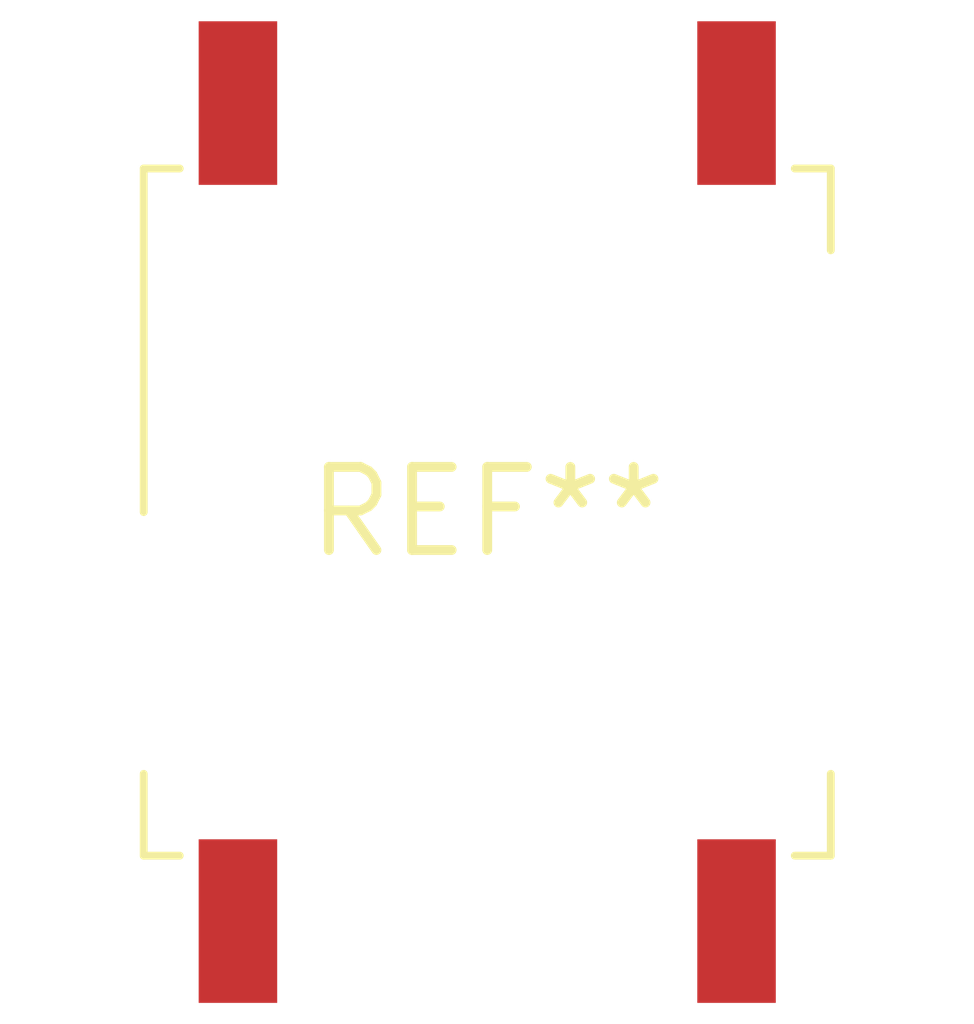
<source format=kicad_pcb>
(kicad_pcb (version 20240108) (generator pcbnew)
  (layers (0 "F.Cu" signal) (31 "B.Cu" signal) (34 "B.Paste" user) (35 "F.Paste" user) (36 "B.SilkS" user "B.Silkscreen") (37 "F.SilkS" user "F.Silkscreen") (38 "B.Mask" user) (39 "F.Mask" user) (44 "Edge.Cuts" user))
  (net 0 "")
  (footprint "SW_MEC_5GSH9" (layer "F.Cu") (at 0 0)
    (property "Reference" "REF**")
    (property "Value" "SW_MEC_5GSH9")
    (fp_line (start -5.25 -5.25) (end -5.25 0) (layer "F.SilkS") (stroke (width 0.12)))
    (fp_line (start -5.25 5.25) (end -5.25 4) (layer "F.SilkS") (stroke (width 0.12)))
    (fp_line (start -4.7 -5.25) (end -5.25 -5.25) (layer "F.SilkS") (stroke (width 0.12)))
    (fp_line (start -4.7 5.25) (end -5.25 5.25) (layer "F.SilkS") (stroke (width 0.12)))
    (fp_line (start 4.7 -5.25) (end 5.25 -5.25) (layer "F.SilkS") (stroke (width 0.12)))
    (fp_line (start 4.7 5.25) (end 5.25 5.25) (layer "F.SilkS") (stroke (width 0.12)))
    (fp_line (start 5.25 -5.25) (end 5.25 -4) (layer "F.SilkS") (stroke (width 0.12)))
    (fp_line (start 5.25 5.25) (end 5.25 4) (layer "F.SilkS") (stroke (width 0.12)))
    (pad "1" smd rect (at -3.81 -6.25 90) (size 2.5 1.2) (layers "F.Cu" "F.Paste" "F.Mask"))
    (pad "2" smd rect (at -3.81 6.25 90) (size 2.5 1.2) (layers "F.Cu" "F.Paste" "F.Mask"))
    (pad "3" smd rect (at 3.81 -6.25 90) (size 2.5 1.2) (layers "F.Cu" "F.Paste" "F.Mask"))
    (pad "4" smd rect (at 3.81 6.25 90) (size 2.5 1.2) (layers "F.Cu" "F.Paste" "F.Mask"))
  )
)
</source>
